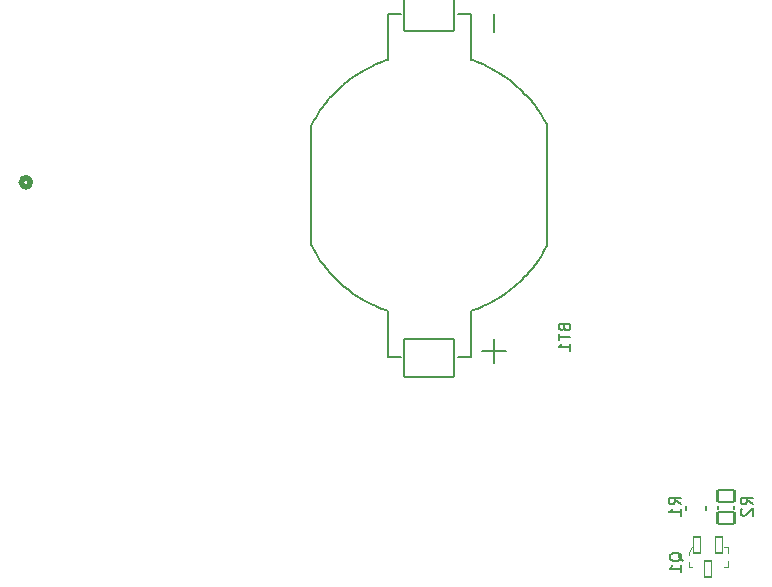
<source format=gbr>
%TF.GenerationSoftware,KiCad,Pcbnew,8.0.4*%
%TF.CreationDate,2025-03-13T14:26:21-04:00*%
%TF.ProjectId,erie_rov_mainboard,65726965-5f72-46f7-965f-6d61696e626f,rev?*%
%TF.SameCoordinates,Original*%
%TF.FileFunction,Legend,Bot*%
%TF.FilePolarity,Positive*%
%FSLAX46Y46*%
G04 Gerber Fmt 4.6, Leading zero omitted, Abs format (unit mm)*
G04 Created by KiCad (PCBNEW 8.0.4) date 2025-03-13 14:26:21*
%MOMM*%
%LPD*%
G01*
G04 APERTURE LIST*
G04 Aperture macros list*
%AMRoundRect*
0 Rectangle with rounded corners*
0 $1 Rounding radius*
0 $2 $3 $4 $5 $6 $7 $8 $9 X,Y pos of 4 corners*
0 Add a 4 corners polygon primitive as box body*
4,1,4,$2,$3,$4,$5,$6,$7,$8,$9,$2,$3,0*
0 Add four circle primitives for the rounded corners*
1,1,$1+$1,$2,$3*
1,1,$1+$1,$4,$5*
1,1,$1+$1,$6,$7*
1,1,$1+$1,$8,$9*
0 Add four rect primitives between the rounded corners*
20,1,$1+$1,$2,$3,$4,$5,0*
20,1,$1+$1,$4,$5,$6,$7,0*
20,1,$1+$1,$6,$7,$8,$9,0*
20,1,$1+$1,$8,$9,$2,$3,0*%
G04 Aperture macros list end*
%ADD10C,0.150000*%
%ADD11C,0.508000*%
%ADD12C,0.127000*%
%ADD13C,0.100000*%
%ADD14C,0.152400*%
%ADD15C,0.000009*%
%ADD16R,1.651000X5.080000*%
%ADD17R,6.350000X5.080000*%
%ADD18C,5.800000*%
%ADD19RoundRect,0.264583X-0.610417X0.370417X-0.610417X-0.370417X0.610417X-0.370417X0.610417X0.370417X0*%
%ADD20O,1.750000X1.270000*%
%ADD21RoundRect,0.264583X-0.370417X-0.610417X0.370417X-0.610417X0.370417X0.610417X-0.370417X0.610417X0*%
%ADD22O,1.270000X1.750000*%
%ADD23C,1.651000*%
%ADD24C,3.200000*%
%ADD25C,1.219200*%
%ADD26RoundRect,0.102000X2.100000X-1.600000X2.100000X1.600000X-2.100000X1.600000X-2.100000X-1.600000X0*%
%ADD27RoundRect,0.102000X0.710000X-0.500000X0.710000X0.500000X-0.710000X0.500000X-0.710000X-0.500000X0*%
%ADD28RoundRect,0.070000X-0.300000X0.650000X-0.300000X-0.650000X0.300000X-0.650000X0.300000X0.650000X0*%
%ADD29R,1.397000X0.812800*%
G04 APERTURE END LIST*
D10*
X124719330Y-173576237D02*
X124767034Y-173719349D01*
X124767034Y-173719349D02*
X124814738Y-173767052D01*
X124814738Y-173767052D02*
X124910146Y-173814756D01*
X124910146Y-173814756D02*
X125053257Y-173814756D01*
X125053257Y-173814756D02*
X125148665Y-173767052D01*
X125148665Y-173767052D02*
X125196369Y-173719349D01*
X125196369Y-173719349D02*
X125244072Y-173623941D01*
X125244072Y-173623941D02*
X125244072Y-173242311D01*
X125244072Y-173242311D02*
X124242292Y-173242311D01*
X124242292Y-173242311D02*
X124242292Y-173576237D01*
X124242292Y-173576237D02*
X124289996Y-173671645D01*
X124289996Y-173671645D02*
X124337700Y-173719349D01*
X124337700Y-173719349D02*
X124433108Y-173767052D01*
X124433108Y-173767052D02*
X124528515Y-173767052D01*
X124528515Y-173767052D02*
X124623923Y-173719349D01*
X124623923Y-173719349D02*
X124671627Y-173671645D01*
X124671627Y-173671645D02*
X124719330Y-173576237D01*
X124719330Y-173576237D02*
X124719330Y-173242311D01*
X124242292Y-174100979D02*
X124242292Y-174673425D01*
X125244072Y-174387202D02*
X124242292Y-174387202D01*
X125244072Y-175532093D02*
X125244072Y-174959648D01*
X125244072Y-175245871D02*
X124242292Y-175245871D01*
X124242292Y-175245871D02*
X124385404Y-175150463D01*
X124385404Y-175150463D02*
X124480811Y-175055055D01*
X124480811Y-175055055D02*
X124528515Y-174959648D01*
X140662819Y-188555333D02*
X140186628Y-188222000D01*
X140662819Y-187983905D02*
X139662819Y-187983905D01*
X139662819Y-187983905D02*
X139662819Y-188364857D01*
X139662819Y-188364857D02*
X139710438Y-188460095D01*
X139710438Y-188460095D02*
X139758057Y-188507714D01*
X139758057Y-188507714D02*
X139853295Y-188555333D01*
X139853295Y-188555333D02*
X139996152Y-188555333D01*
X139996152Y-188555333D02*
X140091390Y-188507714D01*
X140091390Y-188507714D02*
X140139009Y-188460095D01*
X140139009Y-188460095D02*
X140186628Y-188364857D01*
X140186628Y-188364857D02*
X140186628Y-187983905D01*
X139758057Y-188936286D02*
X139710438Y-188983905D01*
X139710438Y-188983905D02*
X139662819Y-189079143D01*
X139662819Y-189079143D02*
X139662819Y-189317238D01*
X139662819Y-189317238D02*
X139710438Y-189412476D01*
X139710438Y-189412476D02*
X139758057Y-189460095D01*
X139758057Y-189460095D02*
X139853295Y-189507714D01*
X139853295Y-189507714D02*
X139948533Y-189507714D01*
X139948533Y-189507714D02*
X140091390Y-189460095D01*
X140091390Y-189460095D02*
X140662819Y-188888667D01*
X140662819Y-188888667D02*
X140662819Y-189507714D01*
X134728057Y-193384761D02*
X134680438Y-193289523D01*
X134680438Y-193289523D02*
X134585200Y-193194285D01*
X134585200Y-193194285D02*
X134442342Y-193051428D01*
X134442342Y-193051428D02*
X134394723Y-192956190D01*
X134394723Y-192956190D02*
X134394723Y-192860952D01*
X134632819Y-192908571D02*
X134585200Y-192813333D01*
X134585200Y-192813333D02*
X134489961Y-192718095D01*
X134489961Y-192718095D02*
X134299485Y-192670476D01*
X134299485Y-192670476D02*
X133966152Y-192670476D01*
X133966152Y-192670476D02*
X133775676Y-192718095D01*
X133775676Y-192718095D02*
X133680438Y-192813333D01*
X133680438Y-192813333D02*
X133632819Y-192908571D01*
X133632819Y-192908571D02*
X133632819Y-193099047D01*
X133632819Y-193099047D02*
X133680438Y-193194285D01*
X133680438Y-193194285D02*
X133775676Y-193289523D01*
X133775676Y-193289523D02*
X133966152Y-193337142D01*
X133966152Y-193337142D02*
X134299485Y-193337142D01*
X134299485Y-193337142D02*
X134489961Y-193289523D01*
X134489961Y-193289523D02*
X134585200Y-193194285D01*
X134585200Y-193194285D02*
X134632819Y-193099047D01*
X134632819Y-193099047D02*
X134632819Y-192908571D01*
X134632819Y-194289523D02*
X134632819Y-193718095D01*
X134632819Y-194003809D02*
X133632819Y-194003809D01*
X133632819Y-194003809D02*
X133775676Y-193908571D01*
X133775676Y-193908571D02*
X133870914Y-193813333D01*
X133870914Y-193813333D02*
X133918533Y-193718095D01*
X134566819Y-188555333D02*
X134090628Y-188222000D01*
X134566819Y-187983905D02*
X133566819Y-187983905D01*
X133566819Y-187983905D02*
X133566819Y-188364857D01*
X133566819Y-188364857D02*
X133614438Y-188460095D01*
X133614438Y-188460095D02*
X133662057Y-188507714D01*
X133662057Y-188507714D02*
X133757295Y-188555333D01*
X133757295Y-188555333D02*
X133900152Y-188555333D01*
X133900152Y-188555333D02*
X133995390Y-188507714D01*
X133995390Y-188507714D02*
X134043009Y-188460095D01*
X134043009Y-188460095D02*
X134090628Y-188364857D01*
X134090628Y-188364857D02*
X134090628Y-187983905D01*
X134566819Y-189507714D02*
X134566819Y-188936286D01*
X134566819Y-189222000D02*
X133566819Y-189222000D01*
X133566819Y-189222000D02*
X133709676Y-189126762D01*
X133709676Y-189126762D02*
X133804914Y-189031524D01*
X133804914Y-189031524D02*
X133852533Y-188936286D01*
D11*
%TO.C,J6*%
X79515098Y-161290000D02*
G75*
G02*
X78753098Y-161290000I-381000J0D01*
G01*
X78753098Y-161290000D02*
G75*
G02*
X79515098Y-161290000I381000J0D01*
G01*
D12*
%TO.C,BT1*%
X103284000Y-156531460D02*
X103344510Y-156378180D01*
X103284000Y-156544000D02*
X103284000Y-166544000D01*
X103284000Y-166556540D02*
X103344510Y-166709820D01*
X103344510Y-156378180D02*
X103526190Y-156047130D01*
X103344510Y-166709820D02*
X103526190Y-167040870D01*
X103526190Y-156047130D02*
X103665410Y-155803180D01*
X103526190Y-167040870D02*
X103665410Y-167284820D01*
X103665410Y-155803180D02*
X103851150Y-155495060D01*
X103665410Y-167284820D02*
X103851150Y-167592940D01*
X103851150Y-155495060D02*
X104073120Y-155169380D01*
X103851150Y-167592940D02*
X104073120Y-167918620D01*
X104073120Y-155169380D02*
X104253690Y-154916290D01*
X104073120Y-167918620D02*
X104253690Y-168171710D01*
X104253690Y-154916290D02*
X104364950Y-154764520D01*
X104253690Y-168171710D02*
X104364950Y-168323480D01*
X104364950Y-154764520D02*
X104537930Y-154543680D01*
X104364950Y-168323480D02*
X104537930Y-168544320D01*
X104537930Y-154543680D02*
X104698240Y-154350780D01*
X104537930Y-168544320D02*
X104698240Y-168737220D01*
X104698240Y-154350780D02*
X104836630Y-154189810D01*
X104698240Y-168737220D02*
X104836630Y-168898190D01*
X104836630Y-154189810D02*
X105010520Y-153993750D01*
X104836630Y-168898190D02*
X105010520Y-169094250D01*
X105010520Y-153993750D02*
X105223250Y-153769600D01*
X105010520Y-169094250D02*
X105223250Y-169318400D01*
X105223250Y-153769600D02*
X105463640Y-153521820D01*
X105223250Y-169318400D02*
X105463640Y-169566180D01*
X105463640Y-153521820D02*
X106006600Y-153028180D01*
X105463640Y-169566180D02*
X106006600Y-170059820D01*
X106006600Y-153028180D02*
X106475130Y-152646930D01*
X106006600Y-170059820D02*
X106475130Y-170441070D01*
X106475130Y-152646930D02*
X106847780Y-152375650D01*
X106475130Y-170441070D02*
X106847780Y-170712350D01*
X106847780Y-152375650D02*
X107392340Y-152020090D01*
X106847780Y-170712350D02*
X107392340Y-171067910D01*
X107392340Y-152020090D02*
X107690190Y-151843520D01*
X107392340Y-171067910D02*
X107690190Y-171244480D01*
X107690190Y-151843520D02*
X108002190Y-151664180D01*
X107690190Y-171244480D02*
X108002190Y-171423820D01*
X108002190Y-151664180D02*
X108346870Y-151485700D01*
X108002190Y-171423820D02*
X108346870Y-171602300D01*
X108346870Y-151485700D02*
X108745930Y-151301600D01*
X108346870Y-171602300D02*
X108745930Y-171786400D01*
X108745930Y-151301600D02*
X108997460Y-151193900D01*
X108745930Y-171786400D02*
X108997460Y-171894100D01*
X108997460Y-151193900D02*
X109259650Y-151086100D01*
X108997460Y-171894100D02*
X109259650Y-172001900D01*
X109259650Y-151086100D02*
X109602880Y-150963100D01*
X109259650Y-172001900D02*
X109602880Y-172124900D01*
X109602880Y-150963100D02*
X109784000Y-150899000D01*
X109602880Y-172124900D02*
X109784000Y-172189000D01*
X109784000Y-147044000D02*
X110884000Y-147044000D01*
X109784000Y-150899000D02*
X109784000Y-147044000D01*
X109784000Y-172189000D02*
X109784000Y-176044000D01*
X109784000Y-176044000D02*
X110884000Y-176044000D01*
X116784000Y-147044000D02*
X115684000Y-147044000D01*
X116784000Y-150899000D02*
X116784000Y-147044000D01*
X116784000Y-172189000D02*
X116784000Y-176044000D01*
X116784000Y-176044000D02*
X115684000Y-176044000D01*
X116965120Y-150963100D02*
X116784000Y-150899000D01*
X116965120Y-172124900D02*
X116784000Y-172189000D01*
X117308350Y-151086100D02*
X116965120Y-150963100D01*
X117308350Y-172001900D02*
X116965120Y-172124900D01*
X117570540Y-151193900D02*
X117308350Y-151086100D01*
X117570540Y-171894100D02*
X117308350Y-172001900D01*
X117784000Y-175544000D02*
X119784000Y-175544000D01*
X117822070Y-151301600D02*
X117570540Y-151193900D01*
X117822070Y-171786400D02*
X117570540Y-171894100D01*
X118221130Y-151485700D02*
X117822070Y-151301600D01*
X118221130Y-171602300D02*
X117822070Y-171786400D01*
X118565810Y-151664180D02*
X118221130Y-151485700D01*
X118565810Y-171423820D02*
X118221130Y-171602300D01*
X118784000Y-147044000D02*
X118784000Y-148544000D01*
X118784000Y-174544000D02*
X118784000Y-176544000D01*
X118877810Y-151843520D02*
X118565810Y-151664180D01*
X118877810Y-171244480D02*
X118565810Y-171423820D01*
X119175660Y-152020090D02*
X118877810Y-151843520D01*
X119175660Y-171067910D02*
X118877810Y-171244480D01*
X119720220Y-152375650D02*
X119175660Y-152020090D01*
X119720220Y-170712350D02*
X119175660Y-171067910D01*
X120092870Y-152646930D02*
X119720220Y-152375650D01*
X120092870Y-170441070D02*
X119720220Y-170712350D01*
X120561400Y-153028180D02*
X120092870Y-152646930D01*
X120561400Y-170059820D02*
X120092870Y-170441070D01*
X121104360Y-153521820D02*
X120561400Y-153028180D01*
X121104360Y-169566180D02*
X120561400Y-170059820D01*
X121344750Y-153769600D02*
X121104360Y-153521820D01*
X121344750Y-169318400D02*
X121104360Y-169566180D01*
X121557480Y-153993750D02*
X121344750Y-153769600D01*
X121557480Y-169094250D02*
X121344750Y-169318400D01*
X121731370Y-154189810D02*
X121557480Y-153993750D01*
X121731370Y-168898190D02*
X121557480Y-169094250D01*
X121869760Y-154350780D02*
X121731370Y-154189810D01*
X121869760Y-168737220D02*
X121731370Y-168898190D01*
X122030070Y-154543680D02*
X121869760Y-154350780D01*
X122030070Y-168544320D02*
X121869760Y-168737220D01*
X122203050Y-154764520D02*
X122030070Y-154543680D01*
X122203050Y-168323480D02*
X122030070Y-168544320D01*
X122314310Y-154916290D02*
X122203050Y-154764520D01*
X122314310Y-168171710D02*
X122203050Y-168323480D01*
X122494880Y-155169380D02*
X122314310Y-154916290D01*
X122494880Y-167918620D02*
X122314310Y-168171710D01*
X122716850Y-155495060D02*
X122494880Y-155169380D01*
X122716850Y-167592940D02*
X122494880Y-167918620D01*
X122902590Y-155803180D02*
X122716850Y-155495060D01*
X122902590Y-167284820D02*
X122716850Y-167592940D01*
X123041810Y-156047130D02*
X122902590Y-155803180D01*
X123041810Y-167040870D02*
X122902590Y-167284820D01*
X123223490Y-156378180D02*
X123041810Y-156047130D01*
X123223490Y-166709820D02*
X123041810Y-167040870D01*
X123284000Y-156531460D02*
X123223490Y-156378180D01*
X123284000Y-156544000D02*
X123284000Y-166544000D01*
X123284000Y-166556540D02*
X123223490Y-166709820D01*
%TO.C,R2*%
X137730000Y-188683000D02*
X137730000Y-188923000D01*
X139130000Y-188683000D02*
X139130000Y-188923000D01*
D13*
%TO.C,Q1*%
X135256000Y-192556000D02*
X135256000Y-192831000D01*
X135256000Y-193831000D02*
X135256000Y-193456000D01*
X135531000Y-192181000D02*
X135256000Y-192556000D01*
X135556000Y-193831000D02*
X135256000Y-193831000D01*
X135581000Y-191406000D02*
X135581000Y-192181000D01*
X135581000Y-192181000D02*
X135531000Y-192181000D01*
X138206000Y-192181000D02*
X138556000Y-192181000D01*
X138206000Y-193831000D02*
X138331000Y-193831000D01*
X138556000Y-192181000D02*
X138556000Y-192656000D01*
X138556000Y-193381000D02*
X138556000Y-193831000D01*
X138556000Y-193831000D02*
X138256000Y-193831000D01*
D14*
%TO.C,R1*%
X135064500Y-188673950D02*
X135064500Y-188998650D01*
X136715500Y-188998650D02*
X136715500Y-188673950D01*
%TD*%
%LPC*%
D15*
%TO.C,BT1*%
X116884000Y-167144000D02*
X109684000Y-167144000D01*
X109684000Y-155944000D01*
X116884000Y-155944000D01*
X116884000Y-167144000D01*
G36*
X116884000Y-167144000D02*
G01*
X109684000Y-167144000D01*
X109684000Y-155944000D01*
X116884000Y-155944000D01*
X116884000Y-167144000D01*
G37*
%TD*%
D16*
%TO.C,J1*%
X59690000Y-199390000D03*
X62230000Y-199390000D03*
X64770000Y-199390000D03*
X67310000Y-199390000D03*
X69850000Y-199390000D03*
X72390000Y-199390000D03*
X74930000Y-199390000D03*
X77470000Y-199390000D03*
X80010000Y-199390000D03*
X82550000Y-199390000D03*
D17*
X87630000Y-199390000D03*
X95250000Y-199390000D03*
X102870000Y-199390000D03*
X110490000Y-199390000D03*
X118110000Y-199390000D03*
X125730000Y-199390000D03*
X133350000Y-199390000D03*
X140970000Y-199390000D03*
%TD*%
D18*
%TO.C,J2*%
X81280000Y-110700000D03*
X81280000Y-117900000D03*
%TD*%
%TO.C,J5*%
X65405000Y-110700000D03*
X65405000Y-117900000D03*
%TD*%
%TO.C,J4*%
X96520000Y-110700000D03*
X96520000Y-117900000D03*
%TD*%
D19*
%TO.C,J14*%
X97790000Y-138240000D03*
D20*
X97790000Y-140240000D03*
X97790000Y-142240000D03*
%TD*%
D18*
%TO.C,J3*%
X111760000Y-110700000D03*
X111760000Y-117900000D03*
%TD*%
D21*
%TO.C,J10*%
X80170000Y-135890000D03*
D22*
X82170000Y-135890000D03*
X84170000Y-135890000D03*
X86170000Y-135890000D03*
X88170000Y-135890000D03*
X90170000Y-135890000D03*
%TD*%
D21*
%TO.C,J15*%
X62230000Y-192405000D03*
D22*
X64230000Y-192405000D03*
X66230000Y-192405000D03*
X68230000Y-192405000D03*
X70230000Y-192405000D03*
X72230000Y-192405000D03*
%TD*%
D21*
%TO.C,J12*%
X64135000Y-143510000D03*
D22*
X66135000Y-143510000D03*
X68135000Y-143510000D03*
X70135000Y-143510000D03*
X72135000Y-143510000D03*
X74135000Y-143510000D03*
%TD*%
D23*
%TO.C,U1*%
X66040000Y-179705000D03*
X68580000Y-179705000D03*
X71120000Y-179705000D03*
X73660000Y-179705000D03*
X76200000Y-179705000D03*
X78740000Y-179705000D03*
X81280000Y-179705000D03*
X83820000Y-179705000D03*
X86360000Y-179705000D03*
X88900000Y-179705000D03*
X91440000Y-179705000D03*
X93980000Y-179705000D03*
X96520000Y-179705000D03*
X99060000Y-179705000D03*
X99060000Y-177165000D03*
X99060000Y-174625000D03*
X99060000Y-172085000D03*
X99060000Y-169545000D03*
X99060000Y-167005000D03*
X99060000Y-164465000D03*
X96520000Y-164465000D03*
X93980000Y-164465000D03*
X91440000Y-164465000D03*
X88900000Y-164465000D03*
X86360000Y-164465000D03*
X83820000Y-164465000D03*
X81280000Y-164465000D03*
X78740000Y-164465000D03*
X76200000Y-164465000D03*
X73660000Y-164465000D03*
X71120000Y-164465000D03*
X68580000Y-164465000D03*
X66040000Y-164465000D03*
X68580000Y-167005000D03*
%TD*%
D21*
%TO.C,J11*%
X64135000Y-135890000D03*
D22*
X66135000Y-135890000D03*
X68135000Y-135890000D03*
X70135000Y-135890000D03*
%TD*%
D21*
%TO.C,J9*%
X80170000Y-143510000D03*
D22*
X82170000Y-143510000D03*
X84170000Y-143510000D03*
X86170000Y-143510000D03*
X88170000Y-143510000D03*
X90170000Y-143510000D03*
%TD*%
D24*
%TO.C,J7*%
X142240000Y-109530000D03*
X142240000Y-113030000D03*
X142240000Y-116530000D03*
%TD*%
D25*
%TO.C,U3*%
X124460000Y-156421709D03*
X124460000Y-158961709D03*
X124460000Y-161501709D03*
%TD*%
D18*
%TO.C,J8*%
X128270000Y-110700000D03*
X128270000Y-117900000D03*
%TD*%
D21*
%TO.C,J13*%
X64135000Y-128270000D03*
D22*
X66135000Y-128270000D03*
X68135000Y-128270000D03*
X70135000Y-128270000D03*
X72135000Y-128270000D03*
X74135000Y-128270000D03*
%TD*%
D26*
%TO.C,BT1*%
X113284000Y-176194000D03*
X113284000Y-146894000D03*
%TD*%
D27*
%TO.C,R2*%
X138430000Y-189738000D03*
X138430000Y-187868000D03*
%TD*%
D28*
%TO.C,Q1*%
X135956000Y-191956000D03*
X137856000Y-191956000D03*
X136906000Y-194056000D03*
%TD*%
D29*
%TO.C,R1*%
X135890000Y-189712600D03*
X135890000Y-187960000D03*
%TD*%
%LPD*%
M02*

</source>
